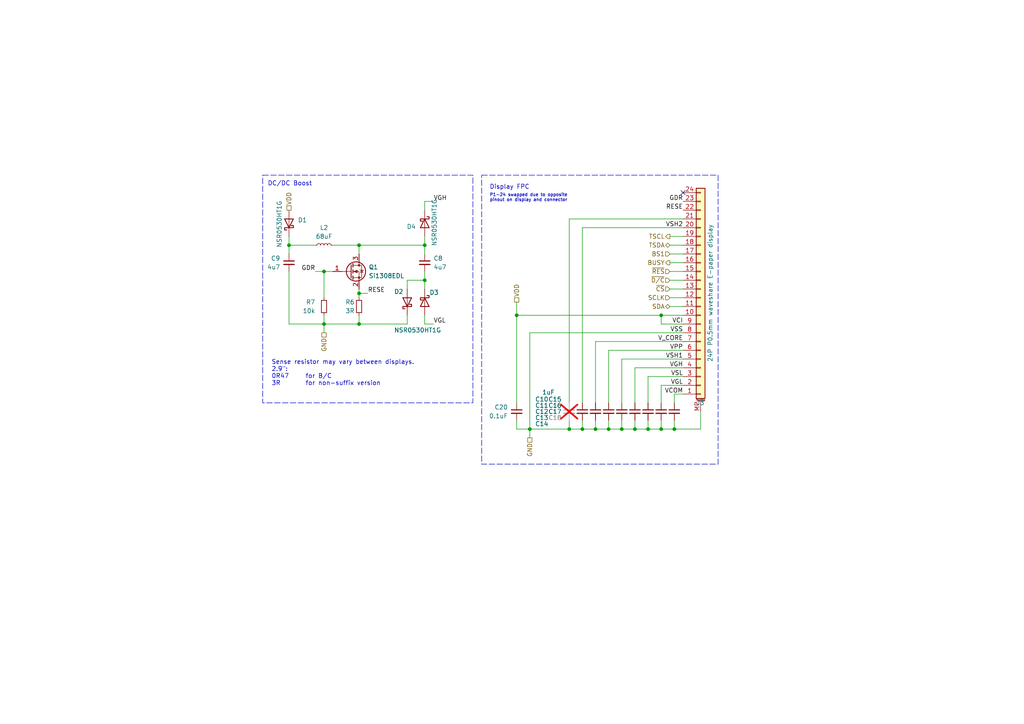
<source format=kicad_sch>
(kicad_sch (version 20231120) (generator "eeschema") (generator_version "8.0")
  (paper "A4")
  (lib_symbols
    (symbol "Connector_Generic_MountingPin:Conn_01x24_MountingPin" (pin_names (offset 1.016) hide)
      (property "Reference" "J3" (at -1.27 30.48 0))
      (property "Value" "24P P0.5mm waveshare E-paper display" (at 2.794 -21.336 90))
      (symbol "Conn_01x24_MountingPin_1_1"
        (rectangle (start -1.27 -30.353) (end 0 -30.607) (stroke (width 0.1524)))
        (rectangle (start -1.27 -27.813) (end 0 -28.067) (stroke (width 0.1524)))
        (rectangle (start -1.27 -25.273) (end 0 -25.527) (stroke (width 0.1524)))
        (rectangle (start -1.27 -22.733) (end 0 -22.987) (stroke (width 0.1524)))
        (rectangle (start -1.27 -20.193) (end 0 -20.447) (stroke (width 0.1524)))
        (rectangle (start -1.27 -17.653) (end 0 -17.907) (stroke (width 0.1524)))
        (rectangle (start -1.27 -15.113) (end 0 -15.367) (stroke (width 0.1524)))
        (rectangle (start -1.27 -12.573) (end 0 -12.827) (stroke (width 0.1524)))
        (rectangle (start -1.27 -10.033) (end 0 -10.287) (stroke (width 0.1524)))
        (rectangle (start -1.27 -7.493) (end 0 -7.747) (stroke (width 0.1524)))
        (rectangle (start -1.27 -4.953) (end 0 -5.207) (stroke (width 0.1524)))
        (rectangle (start -1.27 -2.413) (end 0 -2.667) (stroke (width 0.1524)))
        (rectangle (start -1.27 0.127) (end 0 -0.127) (stroke (width 0.1524)))
        (rectangle (start -1.27 2.667) (end 0 2.413) (stroke (width 0.1524)))
        (rectangle (start -1.27 5.207) (end 0 4.953) (stroke (width 0.1524)))
        (rectangle (start -1.27 7.747) (end 0 7.493) (stroke (width 0.1524)))
        (rectangle (start -1.27 10.287) (end 0 10.033) (stroke (width 0.1524)))
        (rectangle (start -1.27 12.827) (end 0 12.573) (stroke (width 0.1524)))
        (rectangle (start -1.27 15.367) (end 0 15.113) (stroke (width 0.1524)))
        (rectangle (start -1.27 17.907) (end 0 17.653) (stroke (width 0.1524)))
        (rectangle (start -1.27 20.447) (end 0 20.193) (stroke (width 0.1524)))
        (rectangle (start -1.27 22.987) (end 0 22.733) (stroke (width 0.1524)))
        (rectangle (start -1.27 25.527) (end 0 25.273) (stroke (width 0.1524)))
        (rectangle (start -1.27 28.067) (end 0 27.813) (stroke (width 0.1524)))
        (rectangle (start -1.27 29.21) (end 1.27 -31.75) (stroke (width 0.254)) (fill (type background)))
        (polyline (pts (xy 1.016 29.972) (xy -1.016 29.972)) (stroke (width 0.1524)))
        (text "Mounting" (at 0 29.591 0) (effects (font (size 0.381 0.381))))
        (pin passive line (at -5.08 27.94 0) (length 3.81) (name "Pin_1") (number "1"))
        (pin passive line (at -5.08 5.08 0) (length 3.81) (name "Pin_10") (number "10"))
        (pin passive line (at -5.08 2.54 0) (length 3.81) (name "Pin_11") (number "11"))
        (pin passive line (at -5.08 0 0) (length 3.81) (name "Pin_12") (number "12"))
        (pin passive line (at -5.08 -2.54 0) (length 3.81) (name "Pin_13") (number "13"))
        (pin passive line (at -5.08 -5.08 0) (length 3.81) (name "Pin_14") (number "14"))
        (pin passive line (at -5.08 -7.62 0) (length 3.81) (name "Pin_15") (number "15"))
        (pin passive line (at -5.08 -10.16 0) (length 3.81) (name "Pin_16") (number "16"))
        (pin passive line (at -5.08 -12.7 0) (length 3.81) (name "Pin_17") (number "17"))
        (pin passive line (at -5.08 -15.24 0) (length 3.81) (name "Pin_18") (number "18"))
        (pin passive line (at -5.08 -17.78 0) (length 3.81) (name "Pin_19") (number "19"))
        (pin passive line (at -5.08 25.4 0) (length 3.81) (name "Pin_2") (number "2"))
        (pin passive line (at -5.08 -20.32 0) (length 3.81) (name "Pin_20") (number "20"))
        (pin passive line (at -5.08 -22.86 0) (length 3.81) (name "Pin_21") (number "21"))
        (pin passive line (at -5.08 -25.4 0) (length 3.81) (name "Pin_22") (number "22"))
        (pin passive line (at -5.08 -27.94 0) (length 3.81) (name "Pin_23") (number "23"))
        (pin passive line (at -5.08 -30.48 0) (length 3.81) (name "Pin_24") (number "24"))
        (pin passive line (at -5.08 22.86 0) (length 3.81) (name "Pin_3") (number "3"))
        (pin passive line (at -5.08 20.32 0) (length 3.81) (name "Pin_4") (number "4"))
        (pin passive line (at -5.08 17.78 0) (length 3.81) (name "Pin_5") (number "5"))
        (pin passive line (at -5.08 15.24 0) (length 3.81) (name "Pin_6") (number "6"))
        (pin passive line (at -5.08 12.7 0) (length 3.81) (name "Pin_7") (number "7"))
        (pin passive line (at -5.08 10.16 0) (length 3.81) (name "Pin_8") (number "8"))
        (pin passive line (at -5.08 7.62 0) (length 3.81) (name "Pin_9") (number "9"))
        (pin passive line (at 0 33.02 270) (length 3.048) (name "MountPin") (number "MP"))
      )
    )
    (symbol "Device:C_Small" (pin_numbers hide) (pin_names (offset 0.254) hide)
      (property "Reference" "C" (at 0.254 1.778 0))
      (property "Value" "C_Small" (at 0.254 -2.032 0))
      (symbol "C_Small_0_1"
        (polyline (pts (xy -1.524 -0.508) (xy 1.524 -0.508)) (stroke (width 0.3302)))
        (polyline (pts (xy -1.524 0.508) (xy 1.524 0.508)) (stroke (width 0.3048)))
      )
      (symbol "C_Small_1_1"
        (pin passive line (at 0 2.54 270) (length 2.032) (name "~") (number "1"))
        (pin passive line (at 0 -2.54 90) (length 2.032) (name "~") (number "2"))
      )
    )
    (symbol "Device:L_Small" (pin_numbers hide) (pin_names (offset 0.254) hide)
      (property "Reference" "L" (at 0.762 1.016 0))
      (property "Value" "L_Small" (at 0.762 -1.016 0))
      (symbol "L_Small_0_1"
        (arc (start 0 -2.032) (mid 0.5058 -1.524) (end 0 -1.016))
        (arc (start 0 -1.016) (mid 0.5058 -0.508) (end 0 0))
        (arc (start 0 0) (mid 0.5058 0.508) (end 0 1.016))
        (arc (start 0 1.016) (mid 0.5058 1.524) (end 0 2.032))
      )
      (symbol "L_Small_1_1"
        (pin passive line (at 0 2.54 270) (length 0.508) (name "~") (number "1"))
        (pin passive line (at 0 -2.54 90) (length 0.508) (name "~") (number "2"))
      )
    )
    (symbol "Device:R_Small" (pin_numbers hide) (pin_names (offset 0.254) hide)
      (property "Reference" "R" (at 0.762 0.508 0))
      (property "Value" "R_Small" (at 0.762 -1.016 0))
      (symbol "R_Small_0_1"
        (rectangle (start -0.762 1.778) (end 0.762 -1.778) (stroke (width 0.2032)))
      )
      (symbol "R_Small_1_1"
        (pin passive line (at 0 2.54 270) (length 0.762) (name "~") (number "1"))
        (pin passive line (at 0 -2.54 90) (length 0.762) (name "~") (number "2"))
      )
    )
    (symbol "Diode:NSR0340HT1G" (pin_numbers hide) (pin_names (offset 1.016) hide)
      (property "Reference" "D" (at 0 2.54 0))
      (property "Value" "NSR0340HT1G" (at 0 -2.54 0))
      (symbol "NSR0340HT1G_0_1"
        (polyline (pts (xy 1.27 0) (xy -1.27 0)))
        (polyline (pts (xy 1.27 1.27) (xy 1.27 -1.27) (xy -1.27 0) (xy 1.27 1.27)) (stroke (width 0.254)))
        (polyline (pts (xy -1.905 0.635) (xy -1.905 1.27) (xy -1.27 1.27) (xy -1.27 -1.27) (xy -0.635 -1.27) (xy -0.635 -0.635)) (stroke (width 0.254)))
      )
      (symbol "NSR0340HT1G_1_1"
        (pin passive line (at -3.81 0 0) (length 2.54) (name "K") (number "1"))
        (pin passive line (at 3.81 0 180) (length 2.54) (name "A") (number "2"))
      )
    )
    (symbol "Transistor_FET:Si1308EDL" (pin_names hide)
      (property "Reference" "Q" (at 5.08 1.905 0))
      (property "Value" "Si1308EDL" (at 5.08 0 0))
      (symbol "Si1308EDL_0_1"
        (polyline (pts (xy 0.254 0) (xy -2.54 0)))
        (polyline (pts (xy 0.254 1.905) (xy 0.254 -1.905)) (stroke (width 0.254)))
        (polyline (pts (xy 0.762 -1.27) (xy 0.762 -2.286)) (stroke (width 0.254)))
        (polyline (pts (xy 0.762 0.508) (xy 0.762 -0.508)) (stroke (width 0.254)))
        (polyline (pts (xy 0.762 2.286) (xy 0.762 1.27)) (stroke (width 0.254)))
        (polyline (pts (xy 2.54 2.54) (xy 2.54 1.778)))
        (polyline (pts (xy 2.54 -2.54) (xy 2.54 0) (xy 0.762 0)))
        (polyline (pts (xy 0.762 -1.778) (xy 3.302 -1.778) (xy 3.302 1.778) (xy 0.762 1.778)))
        (polyline (pts (xy 1.016 0) (xy 2.032 0.381) (xy 2.032 -0.381) (xy 1.016 0)) (fill (type outline)))
        (polyline (pts (xy 2.794 0.508) (xy 2.921 0.381) (xy 3.683 0.381) (xy 3.81 0.254)))
        (polyline (pts (xy 3.302 0.381) (xy 2.921 -0.254) (xy 3.683 -0.254) (xy 3.302 0.381)))
        (circle (center 1.651 0) (radius 2.794) (stroke (width 0.254)))
        (circle (center 2.54 -1.778) (radius 0.254) (fill (type outline)))
        (circle (center 2.54 1.778) (radius 0.254) (fill (type outline)))
      )
      (symbol "Si1308EDL_1_1"
        (pin input line (at -5.08 0 0) (length 2.54) (name "G") (number "1"))
        (pin passive line (at 2.54 -5.08 90) (length 2.54) (name "S") (number "2"))
        (pin passive line (at 2.54 5.08 270) (length 2.54) (name "D") (number "3"))
      )
    )
  )
  (junction (at 104.14 85.09))
  (junction (at 184.15 124.46))
  (junction (at 153.67 124.46))
  (junction (at 191.77 124.46))
  (junction (at 191.77 91.44))
  (junction (at 83.82 71.12))
  (junction (at 172.72 124.46))
  (junction (at 180.34 124.46))
  (junction (at 93.98 93.98))
  (junction (at 123.19 81.28))
  (junction (at 149.86 91.44))
  (junction (at 104.14 71.12))
  (junction (at 165.1 124.46))
  (junction (at 93.98 78.74))
  (junction (at 176.53 124.46))
  (junction (at 195.58 124.46))
  (junction (at 104.14 93.98))
  (junction (at 123.19 71.12))
  (junction (at 168.91 124.46))
  (junction (at 187.96 124.46))
  (no_connect (at 198.12 55.88))
  (wire (pts (xy 187.96 116.84) (xy 187.96 109.22)))
  (wire (pts (xy 93.98 91.44) (xy 93.98 93.98)))
  (wire (pts (xy 172.72 124.46) (xy 176.53 124.46)))
  (wire (pts (xy 184.15 124.46) (xy 187.96 124.46)))
  (wire (pts (xy 93.98 93.98) (xy 93.98 96.52)))
  (wire (pts (xy 93.98 78.74) (xy 91.44 78.74)))
  (wire (pts (xy 123.19 78.74) (xy 123.19 81.28)))
  (wire (pts (xy 187.96 109.22) (xy 198.12 109.22)))
  (wire (pts (xy 118.11 81.28) (xy 118.11 83.82)))
  (wire (pts (xy 123.19 81.28) (xy 123.19 83.82)))
  (wire (pts (xy 191.77 111.76) (xy 198.12 111.76)))
  (wire (pts (xy 123.19 93.98) (xy 125.73 93.98)))
  (wire (pts (xy 198.12 114.3) (xy 195.58 114.3)))
  (wire (pts (xy 123.19 91.44) (xy 123.19 93.98)))
  (wire (pts (xy 153.67 96.52) (xy 153.67 124.46)))
  (wire (pts (xy 153.67 124.46) (xy 165.1 124.46)))
  (wire (pts (xy 184.15 106.68) (xy 198.12 106.68)))
  (wire (pts (xy 203.2 119.38) (xy 203.2 124.46)))
  (wire (pts (xy 168.91 116.84) (xy 168.91 66.04)))
  (wire (pts (xy 104.14 83.82) (xy 104.14 85.09)))
  (wire (pts (xy 168.91 124.46) (xy 172.72 124.46)))
  (wire (pts (xy 118.11 81.28) (xy 123.19 81.28)))
  (wire (pts (xy 194.31 73.66) (xy 198.12 73.66)))
  (wire (pts (xy 191.77 93.98) (xy 191.77 91.44)))
  (wire (pts (xy 83.82 93.98) (xy 93.98 93.98)))
  (wire (pts (xy 123.19 68.58) (xy 123.19 71.12)))
  (wire (pts (xy 194.31 71.12) (xy 198.12 71.12)))
  (wire (pts (xy 176.53 101.6) (xy 198.12 101.6)))
  (wire (pts (xy 172.72 121.92) (xy 172.72 124.46)))
  (wire (pts (xy 194.31 88.9) (xy 198.12 88.9)))
  (wire (pts (xy 123.19 58.42) (xy 123.19 60.96)))
  (wire (pts (xy 104.14 91.44) (xy 104.14 93.98)))
  (wire (pts (xy 83.82 78.74) (xy 83.82 93.98)))
  (wire (pts (xy 93.98 78.74) (xy 93.98 86.36)))
  (wire (pts (xy 104.14 85.09) (xy 104.14 86.36)))
  (wire (pts (xy 168.91 66.04) (xy 198.12 66.04)))
  (wire (pts (xy 172.72 99.06) (xy 198.12 99.06)))
  (wire (pts (xy 180.34 124.46) (xy 184.15 124.46)))
  (wire (pts (xy 93.98 93.98) (xy 104.14 93.98)))
  (wire (pts (xy 187.96 124.46) (xy 191.77 124.46)))
  (wire (pts (xy 104.14 71.12) (xy 104.14 73.66)))
  (wire (pts (xy 83.82 68.58) (xy 83.82 71.12)))
  (wire (pts (xy 104.14 85.09) (xy 106.68 85.09)))
  (wire (pts (xy 149.86 121.92) (xy 149.86 124.46)))
  (wire (pts (xy 149.86 116.84) (xy 149.86 91.44)))
  (wire (pts (xy 96.52 78.74) (xy 93.98 78.74)))
  (wire (pts (xy 180.34 121.92) (xy 180.34 124.46)))
  (wire (pts (xy 191.77 91.44) (xy 198.12 91.44)))
  (wire (pts (xy 191.77 116.84) (xy 191.77 111.76)))
  (wire (pts (xy 191.77 124.46) (xy 195.58 124.46)))
  (wire (pts (xy 96.52 71.12) (xy 104.14 71.12)))
  (wire (pts (xy 176.53 121.92) (xy 176.53 124.46)))
  (wire (pts (xy 168.91 121.92) (xy 168.91 124.46)))
  (wire (pts (xy 194.31 83.82) (xy 198.12 83.82)))
  (wire (pts (xy 194.31 78.74) (xy 198.12 78.74)))
  (wire (pts (xy 104.14 93.98) (xy 118.11 93.98)))
  (wire (pts (xy 194.31 86.36) (xy 198.12 86.36)))
  (wire (pts (xy 198.12 93.98) (xy 191.77 93.98)))
  (wire (pts (xy 191.77 121.92) (xy 191.77 124.46)))
  (wire (pts (xy 149.86 87.63) (xy 149.86 91.44)))
  (wire (pts (xy 194.31 81.28) (xy 198.12 81.28)))
  (wire (pts (xy 123.19 71.12) (xy 123.19 73.66)))
  (wire (pts (xy 195.58 114.3) (xy 195.58 116.84)))
  (wire (pts (xy 165.1 124.46) (xy 168.91 124.46)))
  (wire (pts (xy 91.44 71.12) (xy 83.82 71.12)))
  (wire (pts (xy 165.1 116.84) (xy 165.1 63.5)))
  (wire (pts (xy 104.14 71.12) (xy 123.19 71.12)))
  (wire (pts (xy 195.58 124.46) (xy 195.58 121.92)))
  (wire (pts (xy 195.58 124.46) (xy 203.2 124.46)))
  (wire (pts (xy 118.11 91.44) (xy 118.11 93.98)))
  (wire (pts (xy 83.82 71.12) (xy 83.82 73.66)))
  (wire (pts (xy 184.15 116.84) (xy 184.15 106.68)))
  (wire (pts (xy 149.86 124.46) (xy 153.67 124.46)))
  (wire (pts (xy 187.96 121.92) (xy 187.96 124.46)))
  (wire (pts (xy 198.12 96.52) (xy 153.67 96.52)))
  (wire (pts (xy 194.31 76.2) (xy 198.12 76.2)))
  (wire (pts (xy 149.86 91.44) (xy 191.77 91.44)))
  (wire (pts (xy 180.34 116.84) (xy 180.34 104.14)))
  (wire (pts (xy 172.72 116.84) (xy 172.72 99.06)))
  (wire (pts (xy 180.34 104.14) (xy 198.12 104.14)))
  (wire (pts (xy 165.1 121.92) (xy 165.1 124.46)))
  (wire (pts (xy 153.67 124.46) (xy 153.67 127)))
  (wire (pts (xy 176.53 116.84) (xy 176.53 101.6)))
  (wire (pts (xy 194.31 68.58) (xy 198.12 68.58)))
  (wire (pts (xy 176.53 124.46) (xy 180.34 124.46)))
  (wire (pts (xy 165.1 63.5) (xy 198.12 63.5)))
  (wire (pts (xy 184.15 121.92) (xy 184.15 124.46)))
  (wire (pts (xy 123.19 58.42) (xy 125.73 58.42)))
  (rectangle (start 76.2 50.8) (end 137.16 116.84) (stroke (width 0) (type dash)))
  (rectangle (start 139.7 50.8) (end 208.28 134.62) (stroke (width 0) (type dash)))
  (text "P1-24 swapped due to opposite \npinout on display and connector" (at 141.986 56.134 0) (effects (font (size 0.9 0.9)) (justify left top)))
  (text "Display FPC" (at 141.986 53.594 0) (effects (font (size 1.27 1.27)) (justify left top)))
  (text "Sense resistor may vary between displays.\n2.9\":\n0R47	for B/C\n3R		for non-suffix version" (at 78.74 104.394 0) (effects (font (size 1.27 1.27)) (justify left top)))
  (text "DC/DC Boost" (at 84.074 53.34 0) (effects (font (size 1.27 1.27))))
  (label "VGL" (at 198.12 111.76 180))
  (label "VGH" (at 198.12 106.68 180))
  (label "RESE" (at 106.68 85.09 0))
  (label "GDR" (at 198.12 58.42 180))
  (label "VCI" (at 198.12 93.98 180))
  (label "VSH1" (at 198.12 104.14 180))
  (label "VSL" (at 198.12 109.22 180))
  (label "VPP" (at 198.12 101.6 180))
  (label "VGH" (at 125.73 58.42 0))
  (label "GDR" (at 91.44 78.74 180))
  (label "VSS" (at 198.12 96.52 180))
  (label "VGL" (at 125.73 93.98 0))
  (label "V_CORE" (at 198.12 99.06 180))
  (label "VSH2" (at 198.12 66.04 180))
  (label "VCOM" (at 198.12 114.3 180))
  (label "RESE" (at 198.12 60.96 180))
  (hierarchical_label "SDA" (shape bidirectional) (at 194.31 88.9 180))
  (hierarchical_label "VDD" (shape passive) (at 149.86 87.63 90))
  (hierarchical_label "SCLK" (shape input) (at 194.31 86.36 180))
  (hierarchical_label "~{D{slash}C}" (shape input) (at 194.31 81.28 180))
  (hierarchical_label "GND" (shape passive) (at 93.98 96.52 270))
  (hierarchical_label "BUSY" (shape output) (at 194.31 76.2 180))
  (hierarchical_label "GND" (shape passive) (at 153.67 127 270))
  (hierarchical_label "TSDA" (shape bidirectional) (at 194.31 71.12 180))
  (hierarchical_label "TSCL" (shape output) (at 194.31 68.58 180))
  (hierarchical_label "~{RES}" (shape input) (at 194.31 78.74 180))
  (hierarchical_label "~{CS}" (shape input) (at 194.31 83.82 180))
  (hierarchical_label "VDD" (shape passive) (at 83.82 60.96 90))
  (hierarchical_label "BS1" (shape input) (at 194.31 73.66 180))
  (symbol (lib_id "Device:R_Small") (at 104.14 88.9 0) (mirror y) (unit 1)
    (property "Reference" "R6" (at 102.87 87.63 0) (effects (justify left)))
    (property "Value" "3R" (at 102.87 90.17 0) (effects (justify left)))
    (property "Footprint" "Resistor_SMD:R_0603_1608Metric" (effects (hide yes)))
    (property "Description" "Resistor, small symbol" (effects (hide yes)))
  )
  (symbol (lib_id "Diode:NSR0340HT1G") (at 123.19 64.77 270) (unit 1)
    (property "Reference" "D4" (at 120.65 65.7226 90) (effects (justify right)))
    (property "Value" "NSR0530HT1G" (at 125.984 71.374 0) (effects (justify right)))
    (property "Footprint" "Diode_SMD:D_SOD-323" (effects (hide yes)))
    (property "Datasheet" "https://www.mouser.dk/datasheet/2/308/NSR0530H_D-1813426.pdf" (effects (hide yes)))
    (property "Description" "40V 0.25A Schottky Diode, SOD-323" (effects (hide yes)))
    (property "LCSC" "C556393" (effects (hide yes)))
  )
  (symbol (lib_id "Device:C_Small") (at 187.96 119.38 0) (unit 1)
    (property "Reference" "C12" (at 155.194 119.38 0) (effects (justify left)))
    (property "Value" "1uF" (effects (hide yes)))
    (property "Footprint" "Capacitor_SMD:C_0603_1608Metric" (effects (hide yes)))
    (property "Description" "Unpolarized capacitor, small symbol" (effects (hide yes)))
    (property "LCSC" "C15849" (effects (hide yes)))
  )
  (symbol (lib_id "Device:C_Small") (at 149.86 119.38 0) (mirror y) (unit 1)
    (property "Reference" "C20" (at 147.32 118.1162 0) (effects (justify left)))
    (property "Value" "0.1uF" (at 147.32 120.6562 0) (effects (justify left)))
    (property "Footprint" "Capacitor_SMD:C_0402_1005Metric" (effects (hide yes)))
    (property "Description" "Unpolarized capacitor, small symbol" (effects (hide yes)))
    (property "LCSC" "C1525" (effects (hide yes)))
  )
  (symbol (lib_id "Device:C_Small") (at 168.91 119.38 0) (unit 1)
    (property "Reference" "C17" (at 159.004 119.38 0) (effects (justify left)))
    (property "Value" "1uF" (effects (hide yes)))
    (property "Footprint" "Capacitor_SMD:C_0603_1608Metric" (effects (hide yes)))
    (property "Description" "Unpolarized capacitor, small symbol" (effects (hide yes)))
    (property "LCSC" "C15849" (effects (hide yes)))
  )
  (symbol (lib_id "Device:L_Small") (at 93.98 71.12 90) (unit 1)
    (property "Reference" "L2" (at 93.98 66.04 90))
    (property "Value" "68uF" (at 93.98 68.58 90))
    (property "Footprint" "Inductor_SMD:L_1210_3225Metric" (effects (hide yes)))
    (property "Description" "Inductor, small symbol" (effects (hide yes)))
  )
  (symbol (lib_id "Device:C_Small") (at 180.34 119.38 0) (unit 1)
    (property "Reference" "C14" (at 155.194 122.936 0) (effects (justify left)))
    (property "Value" "1uF" (effects (hide yes)))
    (property "Footprint" "Capacitor_SMD:C_0603_1608Metric" (effects (hide yes)))
    (property "Description" "Unpolarized capacitor, small symbol" (effects (hide yes)))
    (property "LCSC" "C15849" (effects (hide yes)))
  )
  (symbol (lib_id "Device:C_Small") (at 172.72 119.38 0) (unit 1)
    (property "Reference" "C16" (at 159.004 117.602 0) (effects (justify left)))
    (property "Value" "1uF" (effects (hide yes)))
    (property "Footprint" "Capacitor_SMD:C_0603_1608Metric" (effects (hide yes)))
    (property "Description" "Unpolarized capacitor, small symbol" (effects (hide yes)))
    (property "LCSC" "C15849" (effects (hide yes)))
  )
  (symbol (lib_id "Device:C_Small") (at 165.1 119.38 0) (unit 1) (dnp yes)
    (property "Reference" "C18" (at 159.004 121.158 0) (effects (justify left)))
    (property "Value" "1uF" (effects (hide yes)))
    (property "Footprint" "Capacitor_SMD:C_0603_1608Metric" (effects (hide yes)))
    (property "Description" "Unpolarized capacitor, small symbol" (effects (hide yes)))
    (property "LCSC" "C15849" (effects (hide yes)))
  )
  (symbol (lib_id "Diode:NSR0340HT1G") (at 118.11 87.63 90) (unit 1)
    (property "Reference" "D2" (at 114.3 84.582 90) (effects (justify right)))
    (property "Value" "NSR0530HT1G" (at 114.3 95.758 90) (effects (justify right)))
    (property "Footprint" "Diode_SMD:D_SOD-323" (effects (hide yes)))
    (property "Datasheet" "https://www.mouser.dk/datasheet/2/308/NSR0530H_D-1813426.pdf" (effects (hide yes)))
    (property "Description" "40V 0.25A Schottky Diode, SOD-323" (effects (hide yes)))
    (property "LCSC" "C556393" (effects (hide yes)))
  )
  (symbol (lib_id "Device:C_Small") (at 123.19 76.2 0) (unit 1)
    (property "Reference" "C8" (at 125.73 74.9362 0) (effects (justify left)))
    (property "Value" "4u7" (at 125.73 77.4762 0) (effects (justify left)))
    (property "Footprint" "Capacitor_SMD:C_0805_2012Metric" (effects (hide yes)))
    (property "Description" "Unpolarized capacitor, small symbol" (effects (hide yes)))
    (property "LCSC" "C15849" (effects (hide yes)))
  )
  (symbol (lib_id "Device:R_Small") (at 93.98 88.9 0) (mirror y) (unit 1)
    (property "Reference" "R7" (at 91.44 87.6299 0) (effects (justify left)))
    (property "Value" "10k" (at 91.44 90.1699 0) (effects (justify left)))
    (property "Footprint" "Resistor_SMD:R_0603_1608Metric" (effects (hide yes)))
    (property "Description" "Resistor, small symbol" (effects (hide yes)))
    (property "LCSC" "C25804" (effects (hide yes)))
  )
  (symbol (lib_id "Device:C_Small") (at 184.15 119.38 0) (unit 1)
    (property "Reference" "C13" (at 155.194 121.158 0) (effects (justify left)))
    (property "Value" "1uF" (effects (hide yes)))
    (property "Footprint" "Capacitor_SMD:C_0603_1608Metric" (effects (hide yes)))
    (property "Description" "Unpolarized capacitor, small symbol" (effects (hide yes)))
    (property "LCSC" "C15849" (effects (hide yes)))
  )
  (symbol (lib_id "Device:C_Small") (at 191.77 119.38 0) (unit 1)
    (property "Reference" "C11" (at 155.194 117.602 0) (effects (justify left)))
    (property "Value" "1uF" (effects (hide yes)))
    (property "Footprint" "Capacitor_SMD:C_0603_1608Metric" (effects (hide yes)))
    (property "Description" "Unpolarized capacitor, small symbol" (effects (hide yes)))
    (property "LCSC" "C15849" (effects (hide yes)))
  )
  (symbol (lib_id "Device:C_Small") (at 83.82 76.2 0) (mirror y) (unit 1)
    (property "Reference" "C9" (at 81.28 74.9362 0) (effects (justify left)))
    (property "Value" "4u7" (at 81.28 77.4762 0) (effects (justify left)))
    (property "Footprint" "Capacitor_SMD:C_0805_2012Metric" (effects (hide yes)))
    (property "Description" "Unpolarized capacitor, small symbol" (effects (hide yes)))
    (property "LCSC" "C15849" (effects (hide yes)))
  )
  (symbol (lib_id "Connector_Generic_MountingPin:Conn_01x24_MountingPin") (at 203.2 86.36 0) (mirror x) (unit 1)
    (property "Reference" "J3" (at 201.93 116.84 0) (effects (justify left)))
    (property "Value" "24P P0.5mm waveshare E-paper display" (at 205.994 65.024 90) (effects (justify left)))
    (property "Footprint" "FCI fpc:AMPHENOL_SFV24R-4STE1HLF" (effects (hide yes)))
    (property "Description" "Generic connectable mounting pin connector, single row, 01x24, script generated (kicad-library-utils/schlib/autogen/connector/)" (effects (hide yes)))
    (property "LCSC" "C5343283" (effects (hide yes)))
  )
  (symbol (lib_id "Diode:NSR0340HT1G") (at 83.82 64.77 90) (unit 1)
    (property "Reference" "D1" (at 86.36 63.8174 90) (effects (justify right)))
    (property "Value" "NSR0530HT1G" (at 81.026 58.166 0) (effects (justify right)))
    (property "Footprint" "Diode_SMD:D_SOD-323" (effects (hide yes)))
    (property "Datasheet" "https://www.mouser.dk/datasheet/2/308/NSR0530H_D-1813426.pdf" (effects (hide yes)))
    (property "Description" "40V 0.25A Schottky Diode, SOD-323" (effects (hide yes)))
    (property "LCSC" "C556393" (effects (hide yes)))
  )
  (symbol (lib_id "Transistor_FET:Si1308EDL") (at 101.6 78.74 0) (unit 1)
    (property "Reference" "Q1" (at 106.934 77.47 0) (effects (justify left)))
    (property "Value" "Si1308EDL" (at 106.934 80.01 0) (effects (justify left)))
    (property "Footprint" "Package_TO_SOT_SMD:SOT-323_SC-70" (effects (hide yes)))
    (property "Datasheet" "https://www.vishay.com/docs/63399/si1308edl.pdf" (effects (hide yes)))
    (property "Description" "30V Vds, 1.4A Id, N-Channel MOSFET, SC-70" (effects (hide yes)))
  )
  (symbol (lib_id "Diode:NSR0340HT1G") (at 123.19 87.63 270) (unit 1)
    (property "Reference" "D3" (at 127.254 84.836 90) (effects (justify right)))
    (property "Value" "NSR0530HT1G" (effects (hide yes)))
    (property "Footprint" "Diode_SMD:D_SOD-323" (effects (hide yes)))
    (property "Datasheet" "https://www.mouser.dk/datasheet/2/308/NSR0530H_D-1813426.pdf" (effects (hide yes)))
    (property "Description" "40V 0.25A Schottky Diode, SOD-323" (effects (hide yes)))
    (property "LCSC" "C556393" (effects (hide yes)))
  )
  (symbol (lib_id "Device:C_Small") (at 176.53 119.38 0) (unit 1)
    (property "Reference" "C15" (at 159.004 115.824 0) (effects (justify left)))
    (property "Value" "1uF" (effects (hide yes)))
    (property "Footprint" "Capacitor_SMD:C_0603_1608Metric" (effects (hide yes)))
    (property "Description" "Unpolarized capacitor, small symbol" (effects (hide yes)))
    (property "LCSC" "C15849" (effects (hide yes)))
  )
  (symbol (lib_id "Device:C_Small") (at 195.58 119.38 0) (unit 1)
    (property "Reference" "C10" (at 155.194 115.824 0) (effects (justify left)))
    (property "Value" "1uF" (at 157.226 113.792 0) (effects (justify left)))
    (property "Footprint" "Capacitor_SMD:C_0603_1608Metric" (effects (hide yes)))
    (property "Description" "Unpolarized capacitor, small symbol" (effects (hide yes)))
    (property "LCSC" "C15849" (effects (hide yes)))
  )
)
</source>
